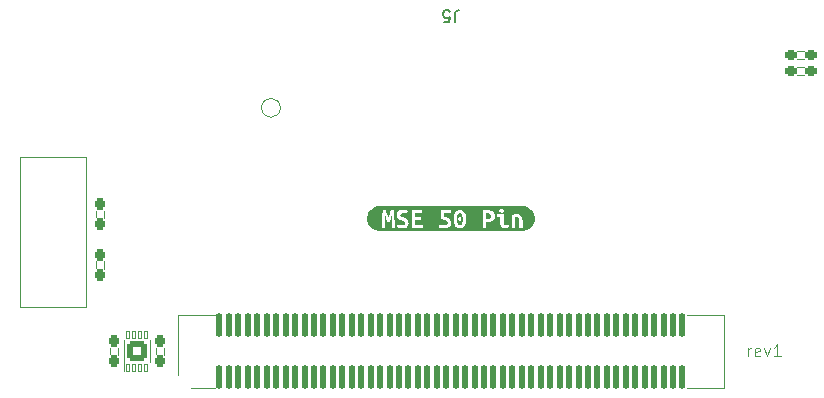
<source format=gto>
G04 #@! TF.GenerationSoftware,KiCad,Pcbnew,8.0.6*
G04 #@! TF.CreationDate,2024-11-07T02:27:23-08:00*
G04 #@! TF.ProjectId,mse-50-hd,6d73652d-3530-42d6-9864-2e6b69636164,1*
G04 #@! TF.SameCoordinates,Original*
G04 #@! TF.FileFunction,Legend,Top*
G04 #@! TF.FilePolarity,Positive*
%FSLAX46Y46*%
G04 Gerber Fmt 4.6, Leading zero omitted, Abs format (unit mm)*
G04 Created by KiCad (PCBNEW 8.0.6) date 2024-11-07 02:27:23*
%MOMM*%
%LPD*%
G01*
G04 APERTURE LIST*
G04 Aperture macros list*
%AMRoundRect*
0 Rectangle with rounded corners*
0 $1 Rounding radius*
0 $2 $3 $4 $5 $6 $7 $8 $9 X,Y pos of 4 corners*
0 Add a 4 corners polygon primitive as box body*
4,1,4,$2,$3,$4,$5,$6,$7,$8,$9,$2,$3,0*
0 Add four circle primitives for the rounded corners*
1,1,$1+$1,$2,$3*
1,1,$1+$1,$4,$5*
1,1,$1+$1,$6,$7*
1,1,$1+$1,$8,$9*
0 Add four rect primitives between the rounded corners*
20,1,$1+$1,$2,$3,$4,$5,0*
20,1,$1+$1,$4,$5,$6,$7,0*
20,1,$1+$1,$6,$7,$8,$9,0*
20,1,$1+$1,$8,$9,$2,$3,0*%
G04 Aperture macros list end*
%ADD10C,0.100000*%
%ADD11C,0.150000*%
%ADD12C,0.120000*%
%ADD13C,0.000000*%
%ADD14C,0.800000*%
%ADD15C,1.200000*%
%ADD16RoundRect,0.125000X0.125000X0.925000X-0.125000X0.925000X-0.125000X-0.925000X0.125000X-0.925000X0*%
%ADD17RoundRect,0.225000X0.225000X-0.275000X0.225000X0.275000X-0.225000X0.275000X-0.225000X-0.275000X0*%
%ADD18RoundRect,0.225000X-0.225000X0.275000X-0.225000X-0.275000X0.225000X-0.275000X0.225000X0.275000X0*%
%ADD19C,1.300000*%
%ADD20C,4.200000*%
%ADD21C,6.500000*%
%ADD22RoundRect,0.225000X-0.275000X-0.225000X0.275000X-0.225000X0.275000X0.225000X-0.275000X0.225000X0*%
%ADD23RoundRect,0.062500X0.137500X-0.287500X0.137500X0.287500X-0.137500X0.287500X-0.137500X-0.287500X0*%
%ADD24RoundRect,0.265625X0.584375X-0.584375X0.584375X0.584375X-0.584375X0.584375X-0.584375X-0.584375X0*%
%ADD25C,2.300000*%
%ADD26C,2.700000*%
%ADD27C,1.950000*%
%ADD28RoundRect,0.225000X0.275000X0.225000X-0.275000X0.225000X-0.275000X-0.225000X0.275000X-0.225000X0*%
G04 APERTURE END LIST*
D10*
X-12357143Y3577581D02*
X-12357143Y4244248D01*
X-12357143Y4053772D02*
X-12309524Y4149010D01*
X-12309524Y4149010D02*
X-12261905Y4196629D01*
X-12261905Y4196629D02*
X-12166667Y4244248D01*
X-12166667Y4244248D02*
X-12071429Y4244248D01*
X-11357143Y3625200D02*
X-11452381Y3577581D01*
X-11452381Y3577581D02*
X-11642857Y3577581D01*
X-11642857Y3577581D02*
X-11738095Y3625200D01*
X-11738095Y3625200D02*
X-11785714Y3720439D01*
X-11785714Y3720439D02*
X-11785714Y4101391D01*
X-11785714Y4101391D02*
X-11738095Y4196629D01*
X-11738095Y4196629D02*
X-11642857Y4244248D01*
X-11642857Y4244248D02*
X-11452381Y4244248D01*
X-11452381Y4244248D02*
X-11357143Y4196629D01*
X-11357143Y4196629D02*
X-11309524Y4101391D01*
X-11309524Y4101391D02*
X-11309524Y4006153D01*
X-11309524Y4006153D02*
X-11785714Y3910915D01*
X-10976190Y4244248D02*
X-10738095Y3577581D01*
X-10738095Y3577581D02*
X-10500000Y4244248D01*
X-9595238Y3577581D02*
X-10166666Y3577581D01*
X-9880952Y3577581D02*
X-9880952Y4577581D01*
X-9880952Y4577581D02*
X-9976190Y4434724D01*
X-9976190Y4434724D02*
X-10071428Y4339486D01*
X-10071428Y4339486D02*
X-10166666Y4291867D01*
D11*
X-37166667Y31854820D02*
X-37166667Y32569105D01*
X-37166667Y32569105D02*
X-37119048Y32711962D01*
X-37119048Y32711962D02*
X-37023810Y32807200D01*
X-37023810Y32807200D02*
X-36880953Y32854820D01*
X-36880953Y32854820D02*
X-36785715Y32854820D01*
X-38119048Y31854820D02*
X-37642858Y31854820D01*
X-37642858Y31854820D02*
X-37595239Y32331010D01*
X-37595239Y32331010D02*
X-37642858Y32283391D01*
X-37642858Y32283391D02*
X-37738096Y32235772D01*
X-37738096Y32235772D02*
X-37976191Y32235772D01*
X-37976191Y32235772D02*
X-38071429Y32283391D01*
X-38071429Y32283391D02*
X-38119048Y32331010D01*
X-38119048Y32331010D02*
X-38166667Y32426248D01*
X-38166667Y32426248D02*
X-38166667Y32664343D01*
X-38166667Y32664343D02*
X-38119048Y32759581D01*
X-38119048Y32759581D02*
X-38071429Y32807200D01*
X-38071429Y32807200D02*
X-37976191Y32854820D01*
X-37976191Y32854820D02*
X-37738096Y32854820D01*
X-37738096Y32854820D02*
X-37642858Y32807200D01*
X-37642858Y32807200D02*
X-37595239Y32759581D01*
D12*
G04 #@! TO.C,J1*
X-60600001Y7100000D02*
X-60600000Y2000000D01*
X-60600001Y7100000D02*
X-57500001Y7100000D01*
X-59500000Y900000D02*
X-57500001Y900000D01*
X-17499999Y7100000D02*
X-14399999Y7100000D01*
X-17499999Y900000D02*
X-14399999Y900000D01*
X-14399999Y7100000D02*
X-14399999Y900000D01*
D10*
G04 #@! TO.C,R3*
X-67549999Y11600000D02*
X-67549999Y11000000D01*
X-66850001Y11000000D02*
X-66850001Y11600000D01*
G04 #@! TO.C,R2*
X-67549999Y15900000D02*
X-67549999Y15300000D01*
X-66850001Y15300000D02*
X-66850001Y15900000D01*
D12*
G04 #@! TO.C,J5*
X-51940003Y24606000D02*
G75*
G02*
X-53539999Y24606000I-799998J0D01*
G01*
X-53539999Y24606000D02*
G75*
G02*
X-51940003Y24606000I799998J0D01*
G01*
D10*
G04 #@! TO.C,C1*
X-66399999Y3700000D02*
X-66399999Y4300000D01*
X-65700001Y4300000D02*
X-65700001Y3700000D01*
G04 #@! TO.C,R4*
X-8200000Y27400001D02*
X-7600000Y27400001D01*
X-7600000Y28099999D02*
X-8200000Y28099999D01*
D13*
G04 #@! TO.C,kibuzzard-672C6799*
G36*
X-34248586Y15681038D02*
G01*
X-34165287Y15640145D01*
X-34111672Y15566539D01*
X-34093800Y15454766D01*
X-34111975Y15336935D01*
X-34166498Y15259693D01*
X-34256765Y15216983D01*
X-34382169Y15202746D01*
X-34503332Y15202746D01*
X-34503332Y15687399D01*
X-34429422Y15693457D01*
X-34355513Y15694669D01*
X-34248586Y15681038D01*
G37*
G36*
X-36640953Y15682855D02*
G01*
X-36561894Y15581987D01*
X-36526218Y15478729D01*
X-36504813Y15348277D01*
X-36497678Y15190630D01*
X-36504813Y15031637D01*
X-36526218Y14900377D01*
X-36561894Y14796850D01*
X-36640953Y14695981D01*
X-36747274Y14663108D01*
X-36749697Y14662359D01*
X-36856926Y14695981D01*
X-36936288Y14796850D01*
X-36972637Y14900377D01*
X-36994447Y15031637D01*
X-37001716Y15190630D01*
X-37000599Y15214863D01*
X-36882977Y15214863D01*
X-36846628Y15102181D01*
X-36747274Y15054927D01*
X-36651555Y15102181D01*
X-36613994Y15214863D01*
X-36651555Y15328756D01*
X-36747274Y15377221D01*
X-36846628Y15328756D01*
X-36882977Y15214863D01*
X-37000599Y15214863D01*
X-36994447Y15348277D01*
X-36972637Y15478729D01*
X-36936288Y15581987D01*
X-36856926Y15682855D01*
X-36749697Y15716478D01*
X-36640953Y15682855D01*
G37*
G36*
X-31337556Y16291407D02*
G01*
X-31235974Y16276339D01*
X-31136358Y16251386D01*
X-31039668Y16216790D01*
X-30946834Y16172883D01*
X-30858751Y16120088D01*
X-30776267Y16058914D01*
X-30700176Y15989949D01*
X-30631212Y15913858D01*
X-30570037Y15831374D01*
X-30517242Y15743291D01*
X-30473335Y15650458D01*
X-30438739Y15553767D01*
X-30413786Y15454151D01*
X-30398718Y15352570D01*
X-30393679Y15250000D01*
X-30398718Y15147430D01*
X-30413786Y15045849D01*
X-30438739Y14946233D01*
X-30473335Y14849542D01*
X-30517242Y14756709D01*
X-30570037Y14668626D01*
X-30631212Y14586142D01*
X-30700176Y14510051D01*
X-30776267Y14441086D01*
X-30858751Y14379912D01*
X-30946834Y14327117D01*
X-31039668Y14283210D01*
X-31136358Y14248614D01*
X-31235974Y14223661D01*
X-31337556Y14208593D01*
X-31440125Y14203554D01*
X-31440327Y14203554D01*
X-32911248Y14203554D01*
X-34503332Y14203554D01*
X-36749697Y14203554D01*
X-38077645Y14203554D01*
X-40837742Y14203554D01*
X-41639842Y14203554D01*
X-42257775Y14203554D01*
X-43357936Y14203554D01*
X-43559875Y14203554D01*
X-43662444Y14208593D01*
X-43764026Y14223661D01*
X-43863642Y14248614D01*
X-43960332Y14283210D01*
X-44053166Y14327117D01*
X-44141249Y14379912D01*
X-44218217Y14436995D01*
X-43357936Y14436995D01*
X-43084107Y14436995D01*
X-43096224Y15602585D01*
X-42919326Y14967690D01*
X-42701232Y14967690D01*
X-42517064Y15602585D01*
X-42531603Y14436995D01*
X-42257775Y14436995D01*
X-42260118Y14519386D01*
X-42105109Y14519386D01*
X-41937904Y14445477D01*
X-41807653Y14415489D01*
X-41639842Y14405493D01*
X-41469810Y14418282D01*
X-41402247Y14436995D01*
X-40837742Y14436995D01*
X-39875707Y14436995D01*
X-39875707Y14483037D01*
X-38482330Y14483037D01*
X-38413267Y14456381D01*
X-38312702Y14430937D01*
X-38196385Y14412763D01*
X-38077645Y14405493D01*
X-37938914Y14414580D01*
X-37818356Y14441842D01*
X-37715973Y14485460D01*
X-37631765Y14543619D01*
X-37520295Y14697496D01*
X-37483946Y14890145D01*
X-37500370Y15030695D01*
X-37549643Y15148627D01*
X-37585832Y15190630D01*
X-37270699Y15190630D01*
X-37262369Y15004645D01*
X-37237379Y14844103D01*
X-37195729Y14709006D01*
X-37137419Y14599354D01*
X-37035104Y14491653D01*
X-36905863Y14427033D01*
X-36749697Y14405493D01*
X-36593531Y14427033D01*
X-36464291Y14491653D01*
X-36361975Y14599354D01*
X-36303665Y14709006D01*
X-36262015Y14844103D01*
X-36237025Y15004645D01*
X-36228695Y15190630D01*
X-36237025Y15375480D01*
X-36262015Y15535036D01*
X-36303665Y15669300D01*
X-36361975Y15778271D01*
X-36464291Y15885299D01*
X-36529318Y15917609D01*
X-34801393Y15917609D01*
X-34801393Y14436995D01*
X-34503332Y14436995D01*
X-34503332Y14943457D01*
X-34396708Y14943457D01*
X-34217522Y14956785D01*
X-34067683Y14996769D01*
X-33947193Y15063409D01*
X-33859013Y15159935D01*
X-33806105Y15289580D01*
X-33788469Y15452342D01*
X-33801892Y15575929D01*
X-33633380Y15575929D01*
X-33633380Y15328756D01*
X-33318356Y15328756D01*
X-33318356Y14909532D01*
X-33313510Y14797456D01*
X-33298970Y14698708D01*
X-33232330Y14542407D01*
X-33106321Y14444265D01*
X-33018174Y14418821D01*
X-32911248Y14410339D01*
X-32762217Y14426090D01*
X-32588954Y14485460D01*
X-32627726Y14725363D01*
X-32758582Y14680533D01*
X-32857936Y14669628D01*
X-32982734Y14719305D01*
X-33020295Y14870759D01*
X-33020295Y15539580D01*
X-32356321Y15539580D01*
X-32356321Y14436995D01*
X-32058259Y14436995D01*
X-32058259Y15331179D01*
X-31989196Y15338449D01*
X-31922557Y15340872D01*
X-31774737Y15270598D01*
X-31747476Y15177908D01*
X-31738389Y15040388D01*
X-31738389Y14436995D01*
X-31440327Y14436995D01*
X-31440327Y15079160D01*
X-31445779Y15190327D01*
X-31462137Y15291195D01*
X-31536046Y15455977D01*
X-31677807Y15562601D01*
X-31778978Y15590771D01*
X-31903170Y15600162D01*
X-32036147Y15595315D01*
X-32158825Y15580775D01*
X-32266963Y15560784D01*
X-32356321Y15539580D01*
X-33020295Y15539580D01*
X-33020295Y15575929D01*
X-33221426Y15575929D01*
X-33633380Y15575929D01*
X-33801892Y15575929D01*
X-33805971Y15613489D01*
X-33858475Y15741519D01*
X-33945981Y15836430D01*
X-34065260Y15901723D01*
X-34070339Y15903069D01*
X-33408017Y15903069D01*
X-33353494Y15764943D01*
X-33221426Y15714055D01*
X-33088146Y15764943D01*
X-33032411Y15903069D01*
X-33088146Y16043619D01*
X-33221426Y16094507D01*
X-33353494Y16043619D01*
X-33408017Y15903069D01*
X-34070339Y15903069D01*
X-34213079Y15940899D01*
X-34389439Y15953958D01*
X-34483946Y15951535D01*
X-34592993Y15945477D01*
X-34703251Y15934572D01*
X-34801393Y15917609D01*
X-36529318Y15917609D01*
X-36593531Y15949515D01*
X-36749697Y15970921D01*
X-36903440Y15949381D01*
X-37031873Y15884760D01*
X-37134996Y15777060D01*
X-37194366Y15667710D01*
X-37236773Y15533522D01*
X-37262217Y15374495D01*
X-37270699Y15190630D01*
X-37585832Y15190630D01*
X-37631765Y15243942D01*
X-37747274Y15316101D01*
X-37896708Y15364567D01*
X-38080069Y15389338D01*
X-38067952Y15527464D01*
X-38055836Y15689822D01*
X-37539681Y15689822D01*
X-37539681Y15936995D01*
X-38305432Y15936995D01*
X-38314519Y15751918D01*
X-38327242Y15560178D01*
X-38344204Y15362985D01*
X-38366014Y15161551D01*
X-38199414Y15156401D01*
X-38067952Y15140953D01*
X-37892266Y15082795D01*
X-37809875Y14993134D01*
X-37789277Y14878029D01*
X-37801393Y14798061D01*
X-37846224Y14728998D01*
X-37935884Y14679321D01*
X-38080069Y14659935D01*
X-38193356Y14665388D01*
X-38286046Y14681745D01*
X-38421749Y14730210D01*
X-38482330Y14483037D01*
X-39875707Y14483037D01*
X-39875707Y14684168D01*
X-40539681Y14684168D01*
X-40539681Y15105816D01*
X-40008986Y15105816D01*
X-40008986Y15352989D01*
X-40539681Y15352989D01*
X-40539681Y15689822D01*
X-39929019Y15689822D01*
X-39929019Y15936995D01*
X-40837742Y15936995D01*
X-40837742Y14436995D01*
X-41402247Y14436995D01*
X-41331280Y14456651D01*
X-41224253Y14520598D01*
X-41121567Y14659632D01*
X-41087338Y14846527D01*
X-41097637Y14959511D01*
X-41128534Y15051292D01*
X-41233946Y15186995D01*
X-41374495Y15274233D01*
X-41521103Y15333603D01*
X-41614398Y15369952D01*
X-41699212Y15414782D01*
X-41761006Y15472940D01*
X-41785238Y15549273D01*
X-41758852Y15644857D01*
X-41679692Y15702208D01*
X-41547758Y15721325D01*
X-41376918Y15697092D01*
X-41242427Y15638934D01*
X-41155190Y15869144D01*
X-41328453Y15939418D01*
X-41440226Y15963045D01*
X-41569568Y15970921D01*
X-41718060Y15957728D01*
X-41843666Y15918148D01*
X-41946385Y15852181D01*
X-42049071Y15710420D01*
X-42083300Y15522617D01*
X-42044527Y15344507D01*
X-41946385Y15224556D01*
X-41814317Y15144588D01*
X-41673768Y15088853D01*
X-41571991Y15046446D01*
X-41479907Y14995557D01*
X-41412056Y14931341D01*
X-41385400Y14848950D01*
X-41396305Y14777464D01*
X-41436288Y14714459D01*
X-41515044Y14670840D01*
X-41639842Y14655089D01*
X-41760703Y14663570D01*
X-41861571Y14689015D01*
X-42017872Y14761712D01*
X-42105109Y14519386D01*
X-42260118Y14519386D01*
X-42263227Y14628736D01*
X-42269891Y14816236D01*
X-42278069Y15001010D01*
X-42288065Y15184572D01*
X-42300182Y15368437D01*
X-42314721Y15554120D01*
X-42330775Y15743134D01*
X-42347435Y15936995D01*
X-42594608Y15936995D01*
X-42638227Y15808562D01*
X-42691539Y15642569D01*
X-42752120Y15458401D01*
X-42812702Y15273021D01*
X-42868437Y15447496D01*
X-42926595Y15634087D01*
X-42981119Y15806139D01*
X-43023526Y15936995D01*
X-43270699Y15936995D01*
X-43286753Y15772819D01*
X-43300989Y15595315D01*
X-43313409Y15408118D01*
X-43324011Y15214863D01*
X-43333401Y15017973D01*
X-43342185Y14819871D01*
X-43350363Y14624798D01*
X-43357936Y14436995D01*
X-44218217Y14436995D01*
X-44223733Y14441086D01*
X-44299824Y14510051D01*
X-44368788Y14586142D01*
X-44429963Y14668626D01*
X-44482758Y14756709D01*
X-44526665Y14849542D01*
X-44561261Y14946233D01*
X-44586214Y15045849D01*
X-44601282Y15147430D01*
X-44606321Y15250000D01*
X-44601282Y15352570D01*
X-44586214Y15454151D01*
X-44561261Y15553767D01*
X-44526665Y15650458D01*
X-44482758Y15743291D01*
X-44429963Y15831374D01*
X-44368788Y15913858D01*
X-44299824Y15989949D01*
X-44223733Y16058914D01*
X-44141249Y16120088D01*
X-44053166Y16172883D01*
X-43960332Y16216790D01*
X-43863642Y16251386D01*
X-43764026Y16276339D01*
X-43662444Y16291407D01*
X-43559875Y16296446D01*
X-43357936Y16296446D01*
X-31440327Y16296446D01*
X-31440125Y16296446D01*
X-31337556Y16291407D01*
G37*
D10*
G04 #@! TO.C,R1*
X-62499999Y4300000D02*
X-62499999Y3700000D01*
X-61800001Y3700000D02*
X-61800001Y4300000D01*
G04 #@! TO.C,U1*
X-65200000Y2300000D02*
X-65200000Y4950000D01*
X-63000000Y4950000D02*
X-63000000Y3050000D01*
G04 #@! TO.C,J3*
X-68370000Y7770001D02*
X-73969999Y7770000D01*
X-73969999Y20440000D01*
X-68369999Y20440000D01*
X-68370000Y7770001D01*
G04 #@! TO.C,C2*
X-8200000Y29399999D02*
X-7600000Y29399999D01*
X-7600000Y28700001D02*
X-8200000Y28700001D01*
G04 #@! TD*
%LPC*%
D14*
G04 #@! TO.C,J1*
X-15400000Y4000000D03*
D15*
X-59600000Y4000000D03*
D16*
X-57100000Y1800000D03*
X-57100000Y6200000D03*
X-56300000Y1800001D03*
X-56300000Y6199999D03*
X-55500000Y1800000D03*
X-55500000Y6200000D03*
X-54700001Y1800000D03*
X-54700001Y6200000D03*
X-53900000Y1800000D03*
X-53900000Y6200000D03*
X-53100000Y1800000D03*
X-53100000Y6200000D03*
X-52299999Y1800000D03*
X-52299999Y6200000D03*
X-51500000Y1800000D03*
X-51500000Y6200000D03*
X-50700000Y1800001D03*
X-50700000Y6199999D03*
X-49900000Y1800000D03*
X-49900000Y6200000D03*
X-49100000Y1800000D03*
X-49100000Y6200000D03*
X-48300000Y1800000D03*
X-48300000Y6200000D03*
X-47500000Y1800000D03*
X-47500000Y6200000D03*
X-46699999Y1800000D03*
X-46699999Y6200000D03*
X-45900000Y1800000D03*
X-45900000Y6200000D03*
X-45100000Y1800001D03*
X-45100000Y6199999D03*
X-44300000Y1800000D03*
X-44300000Y6200000D03*
X-43500000Y1800000D03*
X-43500000Y6200000D03*
X-42700000Y1800000D03*
X-42700000Y6200000D03*
X-41900000Y1800000D03*
X-41900000Y6200000D03*
X-41099999Y1800000D03*
X-41099999Y6200000D03*
X-40300000Y1800000D03*
X-40300000Y6200000D03*
X-39500000Y1800001D03*
X-39500000Y6199999D03*
X-38700000Y1800000D03*
X-38700000Y6200000D03*
X-37900000Y1800000D03*
X-37900000Y6200000D03*
X-37100000Y1800000D03*
X-37100000Y6200000D03*
X-36300000Y1800000D03*
X-36300000Y6200000D03*
X-35500000Y1800001D03*
X-35500000Y6199999D03*
X-34700000Y1800000D03*
X-34700000Y6200000D03*
X-33900001Y1800000D03*
X-33900001Y6200000D03*
X-33100000Y1800000D03*
X-33100000Y6200000D03*
X-32300000Y1800000D03*
X-32300000Y6200000D03*
X-31500000Y1800000D03*
X-31500000Y6200000D03*
X-30700000Y1800000D03*
X-30700000Y6200000D03*
X-29900000Y1800001D03*
X-29900000Y6199999D03*
X-29100000Y1800000D03*
X-29100000Y6200000D03*
X-28300001Y1800000D03*
X-28300001Y6200000D03*
X-27500000Y1800000D03*
X-27500000Y6200000D03*
X-26700000Y1800000D03*
X-26700000Y6200000D03*
X-25900000Y1800000D03*
X-25900000Y6200000D03*
X-25100000Y1800000D03*
X-25100000Y6200000D03*
X-24300000Y1800001D03*
X-24300000Y6199999D03*
X-23500000Y1800000D03*
X-23500000Y6200000D03*
X-22700001Y1800000D03*
X-22700001Y6200000D03*
X-21900000Y1800000D03*
X-21900000Y6200000D03*
X-21100000Y1800000D03*
X-21100000Y6200000D03*
X-20299999Y1800000D03*
X-20299999Y6200000D03*
X-19500000Y1800000D03*
X-19500000Y6200000D03*
X-18700000Y1800001D03*
X-18700000Y6199999D03*
X-17900000Y1800000D03*
X-17900000Y6200000D03*
G04 #@! TD*
D17*
G04 #@! TO.C,R3*
X-67200000Y10450000D03*
X-67200000Y12150000D03*
G04 #@! TD*
D18*
G04 #@! TO.C,R2*
X-67200000Y16450000D03*
X-67200000Y14750000D03*
G04 #@! TD*
D19*
G04 #@! TO.C,J5*
X-52740001Y24606000D03*
X-51470000Y26511001D03*
X-50200000Y24606000D03*
X-48930001Y26511001D03*
X-47659999Y24606000D03*
X-46390000Y26510998D03*
X-45119999Y24606000D03*
X-43850001Y26511001D03*
X-42579998Y24606000D03*
X-41310001Y26511001D03*
X-40039997Y24606000D03*
X-38770000Y26511001D03*
X-37500000Y24606000D03*
X-36229999Y26510998D03*
X-34959999Y24606000D03*
X-33690000Y26510998D03*
X-32419998Y24606000D03*
X-31149999Y26511001D03*
X-29880001Y24606000D03*
X-28610000Y26511001D03*
X-27340000Y24606000D03*
X-26070000Y26511001D03*
X-24799999Y24606000D03*
X-23530000Y26510998D03*
X-22259999Y24606000D03*
X-52740002Y28416000D03*
X-51470000Y30320999D03*
X-50200002Y28415999D03*
X-48929998Y30320999D03*
X-47660000Y28415999D03*
X-46389999Y30320999D03*
X-45120000Y28415999D03*
X-43849998Y30320999D03*
X-42580001Y28415999D03*
X-41309999Y30320999D03*
X-40040000Y28416000D03*
X-38770000Y30320999D03*
X-37500000Y28415999D03*
X-36229999Y30320999D03*
X-34960002Y28415999D03*
X-33689997Y30320999D03*
X-32420000Y28415999D03*
X-31149999Y30320999D03*
X-29880002Y28416000D03*
X-28610000Y30320998D03*
X-27340002Y28415999D03*
X-26069998Y30320999D03*
X-24800000Y28415999D03*
X-23529999Y30320999D03*
X-22260000Y28415999D03*
D20*
X-14258999Y28415999D03*
X-60741000Y28415999D03*
G04 #@! TD*
D17*
G04 #@! TO.C,C1*
X-66050000Y3150000D03*
X-66050000Y4850000D03*
G04 #@! TD*
D21*
G04 #@! TO.C,H4*
X-4000000Y4000000D03*
G04 #@! TD*
D22*
G04 #@! TO.C,R4*
X-8750000Y27750000D03*
X-7050000Y27750000D03*
G04 #@! TD*
D17*
G04 #@! TO.C,R1*
X-62150000Y3150000D03*
X-62150000Y4850000D03*
G04 #@! TD*
D23*
G04 #@! TO.C,U1*
X-64850001Y2600000D03*
X-64350000Y2600000D03*
X-63850000Y2600000D03*
X-63349999Y2600000D03*
X-63349999Y5400000D03*
X-63850000Y5400000D03*
X-64350000Y5400000D03*
X-64850001Y5400000D03*
D24*
X-64100000Y4000000D03*
G04 #@! TD*
D25*
G04 #@! TO.C,J3*
X-72440000Y10870000D03*
D26*
X-69900000Y17340000D03*
D27*
X-72440000Y16010000D03*
X-69900000Y14740000D03*
X-72440000Y13470000D03*
X-69900000Y12200000D03*
G04 #@! TD*
D21*
G04 #@! TO.C,H3*
X-71000000Y4000000D03*
G04 #@! TD*
D28*
G04 #@! TO.C,C2*
X-7050000Y29050000D03*
X-8750000Y29050000D03*
G04 #@! TD*
G36*
X-56961Y21530315D02*
G01*
X-11206Y21477511D01*
X0Y21426000D01*
X0Y12474000D01*
X-19685Y12406961D01*
X-72489Y12361206D01*
X-124000Y12350000D01*
X-2376000Y12350000D01*
X-2443039Y12369685D01*
X-2488794Y12422489D01*
X-2500000Y12474000D01*
X-2500000Y21426000D01*
X-2480315Y21493039D01*
X-2427511Y21538794D01*
X-2376000Y21550000D01*
X-124000Y21550000D01*
X-56961Y21530315D01*
G37*
%LPD*%
M02*

</source>
